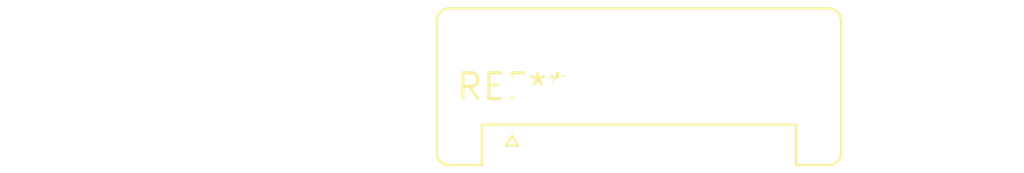
<source format=kicad_pcb>
(kicad_pcb (version 20240108) (generator pcbnew)
  (layers (0 "F.Cu" signal) (31 "B.Cu" signal) (34 "B.Paste" user) (35 "F.Paste" user) (36 "B.SilkS" user "B.Silkscreen") (37 "F.SilkS" user "F.Silkscreen") (38 "B.Mask" user) (39 "F.Mask" user) (44 "Edge.Cuts" user))
  (net 0 "")
  (footprint "Stocko_MKS_1656-6-0-606_1x6_P2.50mm_Vertical" (layer "F.Cu") (at 0 0)
    (property "Reference" "REF**")
    (property "Value" "Stocko_MKS_1656-6-0-606_1x6_P2.50mm_Vertical")
    (fp_line (start -3.71 -3.25) (end -3.71 3.25) (layer "F.SilkS") (stroke (width 0.12)))
    (fp_line (start -3.1 -3.86) (end 15.6 -3.86) (layer "F.SilkS") (stroke (width 0.12)))
    (fp_line (start -3.1 3.86) (end -1.49 3.86) (layer "F.SilkS") (stroke (width 0.12)))
    (fp_line (start -1.49 1.86) (end 13.99 1.86) (layer "F.SilkS") (stroke (width 0.12)))
    (fp_line (start -1.49 3.86) (end -1.49 1.86) (layer "F.SilkS") (stroke (width 0.12)))
    (fp_line (start -0.3 2.9) (end 0.3 2.9) (layer "F.SilkS") (stroke (width 0.12)))
    (fp_line (start 0 2.4) (end -0.3 2.9) (layer "F.SilkS") (stroke (width 0.12)))
    (fp_line (start 0.3 2.9) (end 0 2.4) (layer "F.SilkS") (stroke (width 0.12)))
    (fp_line (start 13.99 3.86) (end 13.99 1.86) (layer "F.SilkS") (stroke (width 0.12)))
    (fp_line (start 15.6 3.86) (end 13.99 3.86) (layer "F.SilkS") (stroke (width 0.12)))
    (fp_line (start 16.21 -3.25) (end 16.21 3.25) (layer "F.SilkS") (stroke (width 0.12)))
    (fp_arc (start -3.71 -3.25) (mid -3.531335 -3.681335) (end -3.1 -3.86) (layer "F.SilkS") (stroke (width 0.12)))
    (fp_arc (start -3.1 3.86) (mid -3.531335 3.681335) (end -3.71 3.25) (layer "F.SilkS") (stroke (width 0.12)))
    (fp_arc (start 15.6 -3.86) (mid 16.031335 -3.681335) (end 16.21 -3.25) (layer "F.SilkS") (stroke (width 0.12)))
    (fp_arc (start 16.21 3.25) (mid 16.031335 3.681335) (end 15.6 3.86) (layer "F.SilkS") (stroke (width 0.12)))
    (pad "1" thru_hole roundrect (at 0 0) (size 1.5 2) (drill 1) (layers *.Cu *.Mask) (remove_unused_layers))
    (pad "2" thru_hole oval (at 2.5 0) (size 1.5 2) (drill 1) (layers *.Cu *.Mask) (remove_unused_layers))
    (pad "3" thru_hole oval (at 5 0) (size 1.5 2) (drill 1) (layers *.Cu *.Mask) (remove_unused_layers))
    (pad "4" thru_hole oval (at 7.5 0) (size 1.5 2) (drill 1) (layers *.Cu *.Mask) (remove_unused_layers))
    (pad "5" thru_hole oval (at 10 0) (size 1.5 2) (drill 1) (layers *.Cu *.Mask) (remove_unused_layers))
    (pad "6" thru_hole oval (at 12.5 0) (size 1.5 2) (drill 1) (layers *.Cu *.Mask) (remove_unused_layers))
  )
)
</source>
